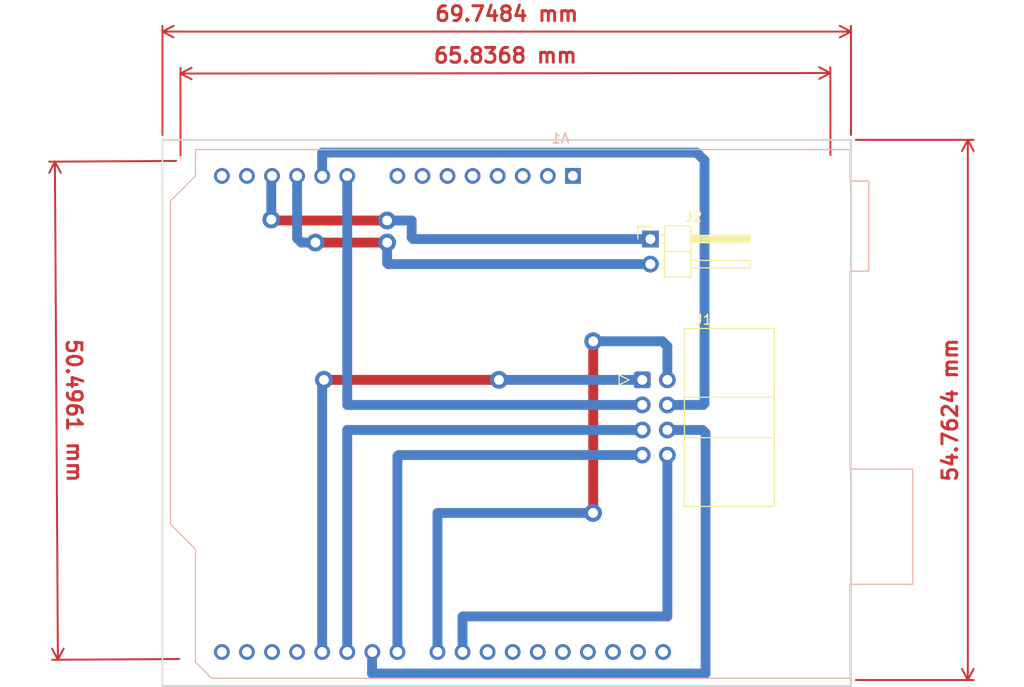
<source format=kicad_pcb>
(kicad_pcb (version 20211014) (generator pcbnew)
  (layers (0 "F.Cu" signal) (31 "B.Cu" signal) (34 "B.Paste" user) (35 "F.Paste" user) (36 "B.SilkS" user "B.Silkscreen") (37 "F.SilkS" user "F.Silkscreen") (38 "B.Mask" user) (39 "F.Mask" user) (44 "Edge.Cuts" user))
  (net 0 "")
  (net 9 "/EN1")
  (net 10 "/EN2")
  (net 11 "/C1")
  (net 12 "/C2")
  (net 19 "/INB1")
  (net 20 "/PWM1")
  (net 21 "/PWM2")
  (net 22 "/INA1")
  (net 23 "/INA2")
  (net 24 "/INB2")
  (footprint "Connector_IDC:IDC-Header_2x04_P2.54mm_Horizontal" (layer "F.Cu") (at 69.5373 40.8432)
    (fp_text reference "J1" (at 6.215 -6.1) (layer "F.SilkS"))
    (fp_text value "Control Motores")
    (fp_line (start 4.27 1.76) (end 13.39 1.76) (layer "F.SilkS") (width 0.12))
    (fp_line (start 4.27 5.86) (end 13.39 5.86) (layer "F.SilkS") (width 0.12))
    (fp_line (start 4.27 12.83) (end 4.27 -5.21) (layer "F.SilkS") (width 0.12))
    (fp_line (start -2.35 -0.5) (end -2.35 0.5) (layer "F.SilkS") (width 0.12))
    (fp_line (start 13.39 -5.21) (end 13.39 12.83) (layer "F.SilkS") (width 0.12))
    (fp_line (start -2.35 0.5) (end -1.35 0) (layer "F.SilkS") (width 0.12))
    (fp_line (start 4.27 -5.21) (end 13.39 -5.21) (layer "F.SilkS") (width 0.12))
    (fp_line (start -1.35 0) (end -2.35 -0.5) (layer "F.SilkS") (width 0.12))
    (fp_line (start 13.39 12.83) (end 4.27 12.83) (layer "F.SilkS") (width 0.12))
    (pad "1" thru_hole roundrect (at 0 0) (size 1.7 1.7) (drill 1) (layers *.Cu *.Mask) (roundrect_rratio 0.147059) (net 19 "/INB1"))
    (pad "2" thru_hole circle (at 2.54 0) (size 1.7 1.7) (drill 1) (layers *.Cu *.Mask) (net 23 "/INA2"))
    (pad "3" thru_hole circle (at 0 2.54) (size 1.7 1.7) (drill 1) (layers *.Cu *.Mask) (net 9 "/EN1"))
    (pad "4" thru_hole circle (at 2.54 2.54) (size 1.7 1.7) (drill 1) (layers *.Cu *.Mask) (net 10 "/EN2"))
    (pad "5" thru_hole circle (at 0 5.08) (size 1.7 1.7) (drill 1) (layers *.Cu *.Mask) (net 20 "/PWM1"))
    (pad "6" thru_hole circle (at 2.54 5.08) (size 1.7 1.7) (drill 1) (layers *.Cu *.Mask) (net 21 "/PWM2"))
    (pad "7" thru_hole circle (at 0 7.62) (size 1.7 1.7) (drill 1) (layers *.Cu *.Mask) (net 22 "/INA1"))
    (pad "8" thru_hole circle (at 2.54 7.62) (size 1.7 1.7) (drill 1) (layers *.Cu *.Mask) (net 24 "/INB2"))
  )
  (footprint "Connector_PinHeader_2.54mm:PinHeader_1x02_P2.54mm_Horizontal" (layer "F.Cu") (at 70.358 26.5684)
    (fp_text reference "J2" (at 4.385 -2.27) (layer "F.SilkS"))
    (fp_text value "Conn_01x02_Male")
    (fp_line (start 4.1 -0.08) (end 10.1 -0.08) (layer "F.SilkS") (width 0.12))
    (fp_line (start 1.042929 2.16) (end 1.44 2.16) (layer "F.SilkS") (width 0.12))
    (fp_line (start -1.27 0) (end -1.27 -1.27) (layer "F.SilkS") (width 0.12))
    (fp_line (start 4.1 0.04) (end 10.1 0.04) (layer "F.SilkS") (width 0.12))
    (fp_line (start 10.1 -0.38) (end 10.1 0.38) (layer "F.SilkS") (width 0.12))
    (fp_line (start 1.042929 2.92) (end 1.44 2.92) (layer "F.SilkS") (width 0.12))
    (fp_line (start 4.1 3.87) (end 4.1 -1.33) (layer "F.SilkS") (width 0.12))
    (fp_line (start 4.1 -0.2) (end 10.1 -0.2) (layer "F.SilkS") (width 0.12))
    (fp_line (start 4.1 0.28) (end 10.1 0.28) (layer "F.SilkS") (width 0.12))
    (fp_line (start 4.1 -1.33) (end 1.44 -1.33) (layer "F.SilkS") (width 0.12))
    (fp_line (start 4.1 -0.38) (end 10.1 -0.38) (layer "F.SilkS") (width 0.12))
    (fp_line (start 10.1 2.16) (end 10.1 2.92) (layer "F.SilkS") (width 0.12))
    (fp_line (start 10.1 2.92) (end 4.1 2.92) (layer "F.SilkS") (width 0.12))
    (fp_line (start 4.1 0.16) (end 10.1 0.16) (layer "F.SilkS") (width 0.12))
    (fp_line (start 1.11 -0.38) (end 1.44 -0.38) (layer "F.SilkS") (width 0.12))
    (fp_line (start 1.44 3.87) (end 4.1 3.87) (layer "F.SilkS") (width 0.12))
    (fp_line (start 1.44 1.27) (end 4.1 1.27) (layer "F.SilkS") (width 0.12))
    (fp_line (start 4.1 -0.32) (end 10.1 -0.32) (layer "F.SilkS") (width 0.12))
    (fp_line (start 4.1 2.16) (end 10.1 2.16) (layer "F.SilkS") (width 0.12))
    (fp_line (start 1.11 0.38) (end 1.44 0.38) (layer "F.SilkS") (width 0.12))
    (fp_line (start 1.44 -1.33) (end 1.44 3.87) (layer "F.SilkS") (width 0.12))
    (fp_line (start 10.1 0.38) (end 4.1 0.38) (layer "F.SilkS") (width 0.12))
    (fp_line (start -1.27 -1.27) (end 0 -1.27) (layer "F.SilkS") (width 0.12))
    (pad "1" thru_hole rect (at 0 0) (size 1.7 1.7) (drill 1) (layers *.Cu *.Mask) (net 12 "/C2"))
    (pad "2" thru_hole oval (at 0 2.54) (size 1.7 1.7) (drill 1) (layers *.Cu *.Mask) (net 11 "/C1"))
  )
  (footprint "Module:Arduino_UNO_R3" (layer "B.Cu") (at 62.5094 20.1676 180)
    (fp_text reference "A1" (at 1.27 3.81) (layer "B.SilkS") (effects (justify mirror)))
    (fp_text value "Arduino_UNO_R3")
    (fp_line (start 38.23 -37.85) (end 40.77 -35.31) (layer "B.SilkS") (width 0.12))
    (fp_line (start 38.23 2.67) (end -28.07 2.67) (layer "B.SilkS") (width 0.12))
    (fp_line (start 36.58 -50.93) (end 38.23 -49.28) (layer "B.SilkS") (width 0.12))
    (fp_line (start -28.07 2.67) (end -28.07 -0.51) (layer "B.SilkS") (width 0.12))
    (fp_line (start -28.07 -50.93) (end 36.58 -50.93) (layer "B.SilkS") (width 0.12))
    (fp_line (start -29.97 -0.51) (end -29.97 -9.65) (layer "B.SilkS") (width 0.12))
    (fp_line (start 38.23 -49.28) (end 38.23 -37.85) (layer "B.SilkS") (width 0.12))
    (fp_line (start 38.23 0) (end 38.23 2.67) (layer "B.SilkS") (width 0.12))
    (fp_line (start -34.42 -41.4) (end -28.07 -41.4) (layer "B.SilkS") (width 0.12))
    (fp_line (start 40.77 -35.31) (end 40.77 -2.54) (layer "B.SilkS") (width 0.12))
    (fp_line (start -34.42 -29.72) (end -34.42 -41.4) (layer "B.SilkS") (width 0.12))
    (fp_line (start -28.07 -29.72) (end -34.42 -29.72) (layer "B.SilkS") (width 0.12))
    (fp_line (start 40.77 -2.54) (end 38.23 0) (layer "B.SilkS") (width 0.12))
    (fp_line (start -28.07 -9.65) (end -28.07 -29.72) (layer "B.SilkS") (width 0.12))
    (fp_line (start -29.97 -9.65) (end -28.07 -9.65) (layer "B.SilkS") (width 0.12))
    (fp_line (start -28.07 -41.4) (end -28.07 -50.93) (layer "B.SilkS") (width 0.12))
    (fp_line (start -28.07 -0.51) (end -29.97 -0.51) (layer "B.SilkS") (width 0.12))
    (pad "1" thru_hole rect (at 0 0 90) (size 1.6 1.6) (drill 1) (layers *.Cu *.Mask))
    (pad "2" thru_hole oval (at 2.54 0 90) (size 1.6 1.6) (drill 1) (layers *.Cu *.Mask))
    (pad "3" thru_hole oval (at 5.08 0 90) (size 1.6 1.6) (drill 1) (layers *.Cu *.Mask))
    (pad "4" thru_hole oval (at 7.62 0 90) (size 1.6 1.6) (drill 1) (layers *.Cu *.Mask))
    (pad "5" thru_hole oval (at 10.16 0 90) (size 1.6 1.6) (drill 1) (layers *.Cu *.Mask))
    (pad "6" thru_hole oval (at 12.7 0 90) (size 1.6 1.6) (drill 1) (layers *.Cu *.Mask))
    (pad "7" thru_hole oval (at 15.24 0 90) (size 1.6 1.6) (drill 1) (layers *.Cu *.Mask))
    (pad "8" thru_hole oval (at 17.78 0 90) (size 1.6 1.6) (drill 1) (layers *.Cu *.Mask))
    (pad "9" thru_hole oval (at 22.86 0 90) (size 1.6 1.6) (drill 1) (layers *.Cu *.Mask) (net 9 "/EN1"))
    (pad "10" thru_hole oval (at 25.4 0 90) (size 1.6 1.6) (drill 1) (layers *.Cu *.Mask) (net 10 "/EN2"))
    (pad "11" thru_hole oval (at 27.94 0 90) (size 1.6 1.6) (drill 1) (layers *.Cu *.Mask) (net 11 "/C1"))
    (pad "12" thru_hole oval (at 30.48 0 90) (size 1.6 1.6) (drill 1) (layers *.Cu *.Mask) (net 12 "/C2"))
    (pad "13" thru_hole oval (at 33.02 0 90) (size 1.6 1.6) (drill 1) (layers *.Cu *.Mask))
    (pad "14" thru_hole oval (at 35.56 0 90) (size 1.6 1.6) (drill 1) (layers *.Cu *.Mask))
    (pad "15" thru_hole oval (at 35.56 -48.26 90) (size 1.6 1.6) (drill 1) (layers *.Cu *.Mask))
    (pad "16" thru_hole oval (at 33.02 -48.26 90) (size 1.6 1.6) (drill 1) (layers *.Cu *.Mask))
    (pad "17" thru_hole oval (at 30.48 -48.26 90) (size 1.6 1.6) (drill 1) (layers *.Cu *.Mask))
    (pad "18" thru_hole oval (at 27.94 -48.26 90) (size 1.6 1.6) (drill 1) (layers *.Cu *.Mask))
    (pad "19" thru_hole oval (at 25.4 -48.26 90) (size 1.6 1.6) (drill 1) (layers *.Cu *.Mask) (net 19 "/INB1"))
    (pad "20" thru_hole oval (at 22.86 -48.26 90) (size 1.6 1.6) (drill 1) (layers *.Cu *.Mask) (net 20 "/PWM1"))
    (pad "21" thru_hole oval (at 20.32 -48.26 90) (size 1.6 1.6) (drill 1) (layers *.Cu *.Mask) (net 21 "/PWM2"))
    (pad "22" thru_hole oval (at 17.78 -48.26 90) (size 1.6 1.6) (drill 1) (layers *.Cu *.Mask) (net 22 "/INA1"))
    (pad "23" thru_hole oval (at 13.72 -48.26 90) (size 1.6 1.6) (drill 1) (layers *.Cu *.Mask) (net 23 "/INA2"))
    (pad "24" thru_hole oval (at 11.18 -48.26 90) (size 1.6 1.6) (drill 1) (layers *.Cu *.Mask) (net 24 "/INB2"))
    (pad "25" thru_hole oval (at 8.64 -48.26 90) (size 1.6 1.6) (drill 1) (layers *.Cu *.Mask))
    (pad "26" thru_hole oval (at 6.1 -48.26 90) (size 1.6 1.6) (drill 1) (layers *.Cu *.Mask))
    (pad "27" thru_hole oval (at 3.56 -48.26 90) (size 1.6 1.6) (drill 1) (layers *.Cu *.Mask))
    (pad "28" thru_hole oval (at 1.02 -48.26 90) (size 1.6 1.6) (drill 1) (layers *.Cu *.Mask))
    (pad "29" thru_hole oval (at -1.52 -48.26 90) (size 1.6 1.6) (drill 1) (layers *.Cu *.Mask))
    (pad "30" thru_hole oval (at -4.06 -48.26 90) (size 1.6 1.6) (drill 1) (layers *.Cu *.Mask))
    (pad "31" thru_hole oval (at -6.6 -48.26 90) (size 1.6 1.6) (drill 1) (layers *.Cu *.Mask))
    (pad "32" thru_hole oval (at -9.14 -48.26 90) (size 1.6 1.6) (drill 1) (layers *.Cu *.Mask))
  )
  (gr_rect (start 20.9296 16.51) (end 90.678 71.882) (layer "Edge.Cuts") (width 0.2) (fill none))
  (dimension (type aligned) (layer "F.Cu") (pts (xy 22.7584 18.5928) (xy 88.5952 18.542)) (height -8.805565) (gr_text "65.8368 mm" (at 55.668617 7.961839 0.04420969764) (layer "F.Cu") (effects (font (size 1.5 1.5) (thickness 0.3)))) (format (units 3) (units_format 1) (precision 4)) (style (thickness 0.2) (arrow_length 1.27) (text_position_mode 0) (extension_height 0.58642) (extension_offset 0.5) keep_text_aligned))
  (dimension (type aligned) (layer "F.Cu") (pts (xy 20.9296 16.51) (xy 90.678 16.51)) (height -10.9728) (gr_text "69.7484 mm" (at 55.8038 3.7372) (layer "F.Cu") (effects (font (size 1.5 1.5) (thickness 0.3)))) (format (units 3) (units_format 1) (precision 4)) (style (thickness 0.2) (arrow_length 1.27) (text_position_mode 0) (extension_height 0.58642) (extension_offset 0.5) keep_text_aligned))
  (dimension (type aligned) (layer "F.Cu") (pts (xy 23.114 69.1388) (xy 22.8092 18.6436)) (height -12.774894) (gr_text "50.4961 mm" (at 11.986906 43.957446 -89.65415442) (layer "F.Cu") (effects (font (size 1.5 1.5) (thickness 0.3)))) (format (units 3) (units_format 1) (precision 4)) (style (thickness 0.2) (arrow_length 1.27) (text_position_mode 0) (extension_height 0.58642) (extension_offset 0.5) keep_text_aligned))
  (dimension (type aligned) (layer "F.Cu") (pts (xy 90.678 16.51) (xy 90.678 71.2724)) (height -11.8364) (gr_text "54.7624 mm" (at 100.7144 43.8912 90) (layer "F.Cu") (effects (font (size 1.5 1.5) (thickness 0.3)))) (format (units 3) (units_format 1) (precision 4)) (style (thickness 0.2) (arrow_length 1.27) (text_position_mode 0) (extension_height 0.58642) (extension_offset 0.5) keep_text_aligned))
  (segment (start 39.6494 43.3832) (end 39.6494 20.1676) (width 1) (layer "B.Cu") (net 9))
  (segment (start 69.5373 43.3832) (end 39.6494 43.3832) (width 1) (layer "B.Cu") (net 9))
  (segment (start 75.8444 43.2308) (end 75.692 43.3832) (width 1) (layer "B.Cu") (net 10))
  (segment (start 75.8444 18.5928) (end 75.8444 43.2308) (width 1) (layer "B.Cu") (net 10))
  (segment (start 37.1094 20.1676) (end 37.1094 17.8054) (width 1) (layer "B.Cu") (net 10))
  (segment (start 37.1094 17.8054) (end 75.057 17.8054) (width 1) (layer "B.Cu") (net 10))
  (segment (start 75.692 43.3832) (end 72.0773 43.3832) (width 1) (layer "B.Cu") (net 10))
  (segment (start 75.057 17.8054) (end 75.8444 18.5928) (width 1) (layer "B.Cu") (net 10))
  (segment (start 36.4236 26.924) (end 43.688 26.924) (width 1) (layer "F.Cu") (net 11))
  (via (at 36.4236 26.924) (size 1.8) (drill 1) (layers "F.Cu" "B.Cu") (net 11))
  (via (at 43.688 26.924) (size 1.8) (drill 1) (layers "F.Cu" "B.Cu") (net 11))
  (segment (start 36.4236 26.924) (end 35.0012 26.924) (width 1) (layer "B.Cu") (net 11))
  (segment (start 43.688 29.0068) (end 43.688 26.924) (width 1) (layer "B.Cu") (net 11))
  (segment (start 34.5694 26.4922) (end 34.5694 20.1676) (width 1) (layer "B.Cu") (net 11))
  (segment (start 35.0012 26.924) (end 34.5694 26.4922) (width 1) (layer "B.Cu") (net 11))
  (segment (start 43.7896 29.1084) (end 43.688 29.0068) (width 1) (layer "B.Cu") (net 11))
  (segment (start 70.358 29.1084) (end 43.7896 29.1084) (width 1) (layer "B.Cu") (net 11))
  (segment (start 32.0548 24.6888) (end 31.9532 24.5872) (width 1) (layer "F.Cu") (net 12))
  (segment (start 43.688 24.6888) (end 32.0548 24.6888) (width 1) (layer "F.Cu") (net 12))
  (via (at 43.688 24.6888) (size 1.8) (drill 1) (layers "F.Cu" "B.Cu") (net 12))
  (via (at 31.9532 24.5872) (size 1.8) (drill 1) (layers "F.Cu" "B.Cu") (net 12))
  (segment (start 46.1772 24.6888) (end 43.688 24.6888) (width 1) (layer "B.Cu") (net 12))
  (segment (start 31.9532 20.2438) (end 32.0294 20.1676) (width 1) (layer "B.Cu") (net 12))
  (segment (start 46.228 26.4668) (end 46.1772 26.416) (width 1) (layer "B.Cu") (net 12))
  (segment (start 46.1772 26.416) (end 46.1772 24.6888) (width 1) (layer "B.Cu") (net 12))
  (segment (start 31.9532 24.5872) (end 31.9532 20.2438) (width 1) (layer "B.Cu") (net 12))
  (segment (start 46.3296 26.5684) (end 46.228 26.4668) (width 1) (layer "B.Cu") (net 12))
  (segment (start 70.358 26.5684) (end 46.3296 26.5684) (width 1) (layer "B.Cu") (net 12))
  (segment (start 55.0164 40.8432) (end 37.2872 40.8432) (width 1) (layer "F.Cu") (net 19))
  (via (at 37.2872 40.8432) (size 1.8) (drill 1) (layers "F.Cu" "B.Cu") (net 19))
  (via (at 55.0164 40.8432) (size 1.8) (drill 1) (layers "F.Cu" "B.Cu") (net 19))
  (segment (start 37.1094 41.021) (end 37.2872 40.8432) (width 1) (layer "B.Cu") (net 19))
  (segment (start 37.1094 68.4276) (end 37.1094 41.021) (width 1) (layer "B.Cu") (net 19))
  (segment (start 69.5373 40.8432) (end 55.0164 40.8432) (width 1) (layer "B.Cu") (net 19))
  (segment (start 39.6494 68.4276) (end 39.6494 45.9232) (width 1) (layer "B.Cu") (net 20))
  (segment (start 39.6494 45.9232) (end 69.5373 45.9232) (width 1) (layer "B.Cu") (net 20))
  (segment (start 42.164 68.453) (end 42.164 70.612) (width 1) (layer "B.Cu") (net 21))
  (segment (start 42.164 70.612) (end 75.946 70.612) (width 1) (layer "B.Cu") (net 21))
  (segment (start 42.1894 68.4276) (end 42.164 68.453) (width 1) (layer "B.Cu") (net 21))
  (segment (start 75.946 46.228) (end 75.6412 45.9232) (width 1) (layer "B.Cu") (net 21))
  (segment (start 75.6412 45.9232) (end 72.0773 45.9232) (width 1) (layer "B.Cu") (net 21))
  (segment (start 75.946 70.612) (end 75.946 46.228) (width 1) (layer "B.Cu") (net 21))
  (segment (start 44.7294 48.5902) (end 44.7294 68.4276) (width 1) (layer "B.Cu") (net 22))
  (segment (start 69.5373 48.4632) (end 44.8564 48.4632) (width 1) (layer "B.Cu") (net 22))
  (segment (start 44.8564 48.4632) (end 44.7294 48.5902) (width 1) (layer "B.Cu") (net 22))
  (segment (start 64.5668 54.3132) (end 64.5668 36.9316) (width 1) (layer "F.Cu") (net 23))
  (segment (start 64.5454 54.3346) (end 64.5668 54.3132) (width 1) (layer "F.Cu") (net 23))
  (via (at 64.5668 36.9316) (size 1.8) (drill 1) (layers "F.Cu" "B.Cu") (net 23))
  (via (at 64.5454 54.3346) (size 1.8) (drill 1) (layers "F.Cu" "B.Cu") (net 23))
  (segment (start 64.5668 36.9316) (end 71.5772 36.9316) (width 1) (layer "B.Cu") (net 23))
  (segment (start 48.7894 68.4276) (end 48.7894 54.3346) (width 1) (layer "B.Cu") (net 23))
  (segment (start 72.0773 37.4317) (end 72.0773 40.8432) (width 1) (layer "B.Cu") (net 23))
  (segment (start 48.7894 54.3346) (end 64.5454 54.3346) (width 1) (layer "B.Cu") (net 23))
  (segment (start 71.5772 36.9316) (end 72.0773 37.4317) (width 1) (layer "B.Cu") (net 23))
  (segment (start 51.3588 64.8208) (end 51.3294 64.8502) (width 1) (layer "B.Cu") (net 24))
  (segment (start 51.3294 64.8502) (end 51.3294 68.4276) (width 1) (layer "B.Cu") (net 24))
  (segment (start 72.0773 48.4632) (end 72.0773 64.8208) (width 1) (layer "B.Cu") (net 24))
  (segment (start 72.0773 64.8208) (end 51.3588 64.8208) (width 1) (layer "B.Cu") (net 24))
)
</source>
